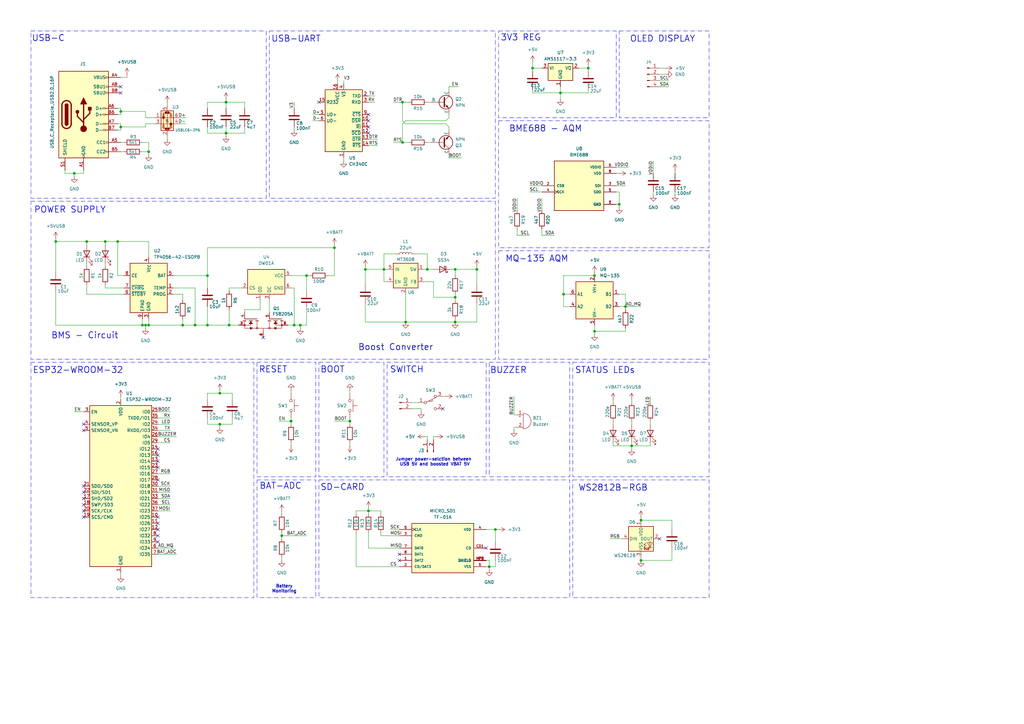
<source format=kicad_sch>
(kicad_sch (version 20250114) (generator "eeschema") (generator_version "9.0")
  (paper "A3")
  (title_block (title "Hewa Safi") (date "2025-04-03") (rev "v1.0") (company "Sixtyfour Sense Technologies") (comment 3 "Keith Brian"))
  (text "OLED DISPLAY" (at 271.78 16.002 0) (effects (font (size 2.54 2.54) (thickness 0.254) (bold yes))))
  (text "RESET" (at 112.014 151.638 0) (effects (font (size 2.54 2.54) (thickness 0.254) (bold yes))))
  (text "Jumper power-selction between \nUSB 5V and boosted VBAT 5V" (at 178.308 189.484 0) (effects (font (size 1.27 1.27) (thickness 0.254) (bold yes))))
  (text "ESP32-WROOM-32" (at 32.004 151.892 0) (effects (font (size 2.54 2.54) (thickness 0.254) (bold yes))))
  (text "SWITCH" (at 166.878 151.638 0) (effects (font (size 2.54 2.54) (thickness 0.254) (bold yes))))
  (text "BME688 - AQM" (at 223.774 52.832 0) (effects (font (size 2.54 2.54) (thickness 0.254) (bold yes))))
  (text "USB-C" (at 19.812 15.748 0) (effects (font (size 2.54 2.54) (thickness 0.254) (bold yes))))
  (text "WS2812B-RGB" (at 251.46 200.152 0) (effects (font (size 2.54 2.54) (thickness 0.254) (bold yes))))
  (text "POWER SUPPLY" (at 28.702 86.106 0) (effects (font (size 2.54 2.54) (thickness 0.254) (bold yes))))
  (text "MQ-135 AQM" (at 220.218 106.172 0) (effects (font (size 2.54 2.54) (thickness 0.254) (bold yes))))
  (text "BOOT" (at 136.398 151.638 0) (effects (font (size 2.54 2.54) (thickness 0.254) (bold yes))))
  (text "BMS - Circuit" (at 34.798 137.668 0) (effects (font (size 2.54 2.54) (thickness 0.254) (bold yes))))
  (text "3V3 REG" (at 213.614 15.494 0) (effects (font (size 2.54 2.54) (thickness 0.254) (bold yes))))
  (text "Battery\nMonitoring" (at 116.586 241.554 0) (effects (font (size 1.27 1.27) (thickness 0.254) (bold yes))))
  (text "BUZZER" (at 208.534 151.892 0) (effects (font (size 2.54 2.54) (thickness 0.254) (bold yes))))
  (text "Boost Converter" (at 162.306 142.494 0) (effects (font (size 2.54 2.54) (thickness 0.254) (bold yes))))
  (text "SD-CARD" (at 140.462 199.898 0) (effects (font (size 2.54 2.54) (thickness 0.254) (bold yes))))
  (text "USB-UART" (at 121.412 16.002 0) (effects (font (size 2.54 2.54) (thickness 0.254) (bold yes))))
  (text "BAT-ADC" (at 115.062 199.39 0) (effects (font (size 2.54 2.54) (thickness 0.254) (bold yes))))
  (text "STATUS LEDs" (at 248.158 151.892 0) (effects (font (size 2.54 2.54) (thickness 0.254) (bold yes))))
  (text_box "" (at 12.7 148.59 0) (size 91.44 96.52) (margins 0.9525 0.9525 0.9525 0.9525) (stroke (width 0) (type dash_dot)) (effects (font (size 1.27 1.27)) (justify left top)))
  (text_box "" (at 204.47 102.87 0) (size 86.36 44.45) (margins 0.9525 0.9525 0.9525 0.9525) (stroke (width 0) (type dash_dot)) (effects (font (size 1.27 1.27)) (justify left top)))
  (text_box "" (at 234.95 196.85 0) (size 55.88 48.26) (margins 0.9525 0.9525 0.9525 0.9525) (stroke (width 0) (type dash_dot)) (effects (font (size 1.27 1.27)) (justify left top)))
  (text_box "" (at 204.47 49.53 0) (size 86.36 52.07) (margins 0.9525 0.9525 0.9525 0.9525) (stroke (width 0) (type dash_dot)) (effects (font (size 1.27 1.27)) (justify left top)))
  (text_box "" (at 105.41 196.85 0) (size 24.13 48.26) (margins 0.9525 0.9525 0.9525 0.9525) (stroke (width 0) (type dash_dot)) (effects (font (size 1.27 1.27)) (justify left top)))
  (text_box "" (at 110.49 12.7 0) (size 92.71 68.58) (margins 0.9525 0.9525 0.9525 0.9525) (stroke (width 0) (type dash_dot)) (effects (font (size 1.27 1.27)) (justify left top)))
  (text_box "" (at 105.41 148.59 0) (size 24.13 46.99) (margins 0.9525 0.9525 0.9525 0.9525) (stroke (width 0) (type dash_dot)) (effects (font (size 1.27 1.27)) (justify left top)))
  (text_box "" (at 200.66 148.59 0) (size 33.02 46.99) (margins 0.9525 0.9525 0.9525 0.9525) (stroke (width 0) (type dash_dot)) (effects (font (size 1.27 1.27)) (justify left top)))
  (text_box "" (at 254 12.7 0) (size 36.83 35.56) (margins 0.9525 0.9525 0.9525 0.9525) (stroke (width 0) (type dash_dot)) (effects (font (size 1.27 1.27)) (justify left top)))
  (text_box "" (at 130.81 148.59 0) (size 26.67 46.99) (margins 0.9525 0.9525 0.9525 0.9525) (stroke (width 0) (type dash_dot)) (effects (font (size 1.27 1.27)) (justify left top)))
  (text_box "" (at 204.47 12.7 0) (size 48.26 35.56) (margins 0.9525 0.9525 0.9525 0.9525) (stroke (width 0) (type dash_dot)) (effects (font (size 1.27 1.27)) (justify left top)))
  (text_box "" (at 12.7 12.7 0) (size 96.52 68.58) (margins 0.9525 0.9525 0.9525 0.9525) (stroke (width 0) (type dash_dot)) (effects (font (size 1.27 1.27)) (justify left top)))
  (text_box "" (at 158.75 148.59 0) (size 40.64 46.99) (margins 0.9525 0.9525 0.9525 0.9525) (stroke (width 0) (type dash_dot)) (effects (font (size 1.27 1.27)) (justify left top)))
  (text_box "" (at 130.81 196.85 0) (size 102.87 48.26) (margins 0.9525 0.9525 0.9525 0.9525) (stroke (width 0) (type dash_dot)) (effects (font (size 1.27 1.27)) (justify left top)))
  (text_box "" (at 234.95 148.59 0) (size 55.88 46.99) (margins 0.9525 0.9525 0.9525 0.9525) (stroke (width 0) (type dash_dot)) (effects (font (size 1.27 1.27)) (justify left top)))
  (text_box "" (at 12.7 82.55 0) (size 190.5 64.77) (margins 0.9525 0.9525 0.9525 0.9525) (stroke (width 0) (type dash_dot)) (effects (font (size 1.27 1.27)) (justify left top)))
  (junction (at 262.89 229.87))
  (junction (at 115.57 219.71))
  (junction (at 48.26 99.06))
  (junction (at 186.69 110.49))
  (junction (at 49.53 45.72))
  (junction (at 256.54 125.73))
  (junction (at 90.17 161.29))
  (junction (at 165.1 41.91))
  (junction (at 85.09 133.35))
  (junction (at 123.19 133.35))
  (junction (at 243.84 113.03))
  (junction (at 165.1 58.42))
  (junction (at 22.86 99.06))
  (junction (at 259.08 182.88))
  (junction (at 43.18 99.06))
  (junction (at 149.86 110.49))
  (junction (at 175.26 110.49))
  (junction (at 49.53 52.07))
  (junction (at 143.51 172.72))
  (junction (at 93.98 133.35))
  (junction (at 241.3 27.94))
  (junction (at 92.71 41.91))
  (junction (at 195.58 110.49))
  (junction (at 60.96 62.23))
  (junction (at 35.56 99.06))
  (junction (at 229.87 38.1))
  (junction (at 262.89 213.36))
  (junction (at 231.14 120.65))
  (junction (at 186.69 132.08))
  (junction (at 254 83.82))
  (junction (at 218.44 27.94))
  (junction (at 120.65 133.35))
  (junction (at 157.48 110.49))
  (junction (at 30.48 71.12))
  (junction (at 80.01 133.35))
  (junction (at 200.66 232.41))
  (junction (at 92.71 54.61))
  (junction (at 58.42 133.35))
  (junction (at 166.37 132.08))
  (junction (at 59.69 133.35))
  (junction (at 74.93 133.35))
  (junction (at 243.84 135.89))
  (junction (at 90.17 173.99))
  (junction (at 60.96 133.35))
  (junction (at 186.69 121.92))
  (junction (at 125.73 113.03))
  (junction (at 85.09 113.03))
  (junction (at 151.13 209.55))
  (junction (at 137.16 101.6))
  (junction (at 203.2 217.17))
  (junction (at 119.38 172.72))
  (no_connect (at 49.53 38.1))
  (no_connect (at 64.77 222.25))
  (no_connect (at 151.13 54.61))
  (no_connect (at 34.29 212.09))
  (no_connect (at 34.29 207.01))
  (no_connect (at 64.77 189.23))
  (no_connect (at 107.95 138.43))
  (no_connect (at 181.61 167.64))
  (no_connect (at 130.81 41.91))
  (no_connect (at 34.29 173.99))
  (no_connect (at 64.77 212.09))
  (no_connect (at 163.83 227.33))
  (no_connect (at 64.77 186.69))
  (no_connect (at 64.77 214.63))
  (no_connect (at 64.77 191.77))
  (no_connect (at 151.13 49.53))
  (no_connect (at 34.29 199.39))
  (no_connect (at 64.77 219.71))
  (no_connect (at 34.29 209.55))
  (no_connect (at 64.77 217.17))
  (no_connect (at 34.29 176.53))
  (no_connect (at 151.13 46.99))
  (no_connect (at 163.83 229.87))
  (no_connect (at 199.39 224.79))
  (no_connect (at 270.51 220.98))
  (no_connect (at 64.77 184.15))
  (no_connect (at 34.29 204.47))
  (no_connect (at 49.53 35.56))
  (no_connect (at 34.29 201.93))
  (no_connect (at 151.13 52.07))
  (no_connect (at 64.77 196.85))
  (wire (pts (xy 123.19 133.35) (xy 123.19 134.62)))
  (wire (pts (xy 200.66 232.41) (xy 200.66 233.68)))
  (wire (pts (xy 266.7 162.56) (xy 266.7 165.1)))
  (wire (pts (xy 118.11 133.35) (xy 120.65 133.35)))
  (wire (pts (xy 119.38 172.72) (xy 119.38 171.45)))
  (wire (pts (xy 156.21 219.71) (xy 163.83 219.71)))
  (wire (pts (xy 251.46 163.83) (xy 251.46 165.1)))
  (wire (pts (xy 151.13 209.55) (xy 156.21 209.55)))
  (wire (pts (xy 60.96 99.06) (xy 48.26 99.06)))
  (wire (pts (xy 149.86 124.46) (xy 149.86 132.08)))
  (wire (pts (xy 195.58 116.84) (xy 195.58 110.49)))
  (wire (pts (xy 166.37 49.53) (xy 165.1 50.8)))
  (wire (pts (xy 35.56 120.65) (xy 50.8 120.65)))
  (wire (pts (xy 48.26 50.8) (xy 49.53 50.8)))
  (wire (pts (xy 49.53 234.95) (xy 49.53 236.22)))
  (wire (pts (xy 199.39 229.87) (xy 200.66 229.87)))
  (wire (pts (xy 137.16 101.6) (xy 85.09 101.6)))
  (wire (pts (xy 200.66 232.41) (xy 199.39 232.41)))
  (wire (pts (xy 156.21 209.55) (xy 156.21 210.82)))
  (wire (pts (xy 210.82 162.56) (xy 210.82 170.18)))
  (wire (pts (xy 168.91 167.64) (xy 172.72 167.64)))
  (wire (pts (xy 59.69 50.8) (xy 63.5 50.8)))
  (wire (pts (xy 128.27 49.53) (xy 130.81 49.53)))
  (wire (pts (xy 64.77 179.07) (xy 72.39 179.07)))
  (wire (pts (xy 85.09 161.29) (xy 90.17 161.29)))
  (wire (pts (xy 125.73 133.35) (xy 123.19 133.35)))
  (wire (pts (xy 115.57 219.71) (xy 115.57 220.98)))
  (wire (pts (xy 262.89 212.09) (xy 262.89 213.36)))
  (wire (pts (xy 199.39 217.17) (xy 203.2 217.17)))
  (wire (pts (xy 158.75 115.57) (xy 157.48 115.57)))
  (wire (pts (xy 195.58 110.49) (xy 186.69 110.49)))
  (wire (pts (xy 143.51 172.72) (xy 143.51 171.45)))
  (wire (pts (xy 186.69 120.65) (xy 186.69 121.92)))
  (wire (pts (xy 60.96 62.23) (xy 58.42 62.23)))
  (wire (pts (xy 184.15 35.56) (xy 187.96 35.56)))
  (wire (pts (xy 85.09 54.61) (xy 92.71 54.61)))
  (wire (pts (xy 181.61 162.56) (xy 182.88 162.56)))
  (wire (pts (xy 275.59 217.17) (xy 275.59 213.36)))
  (wire (pts (xy 251.46 172.72) (xy 251.46 173.99)))
  (wire (pts (xy 90.17 173.99) (xy 90.17 175.26)))
  (wire (pts (xy 64.77 176.53) (xy 69.85 176.53)))
  (wire (pts (xy 151.13 39.37) (xy 153.67 39.37)))
  (wire (pts (xy 93.98 133.35) (xy 85.09 133.35)))
  (wire (pts (xy 184.15 46.99) (xy 184.15 48.26)))
  (wire (pts (xy 30.48 168.91) (xy 34.29 168.91)))
  (wire (pts (xy 156.21 218.44) (xy 156.21 219.71)))
  (wire (pts (xy 210.82 175.26) (xy 210.82 176.53)))
  (wire (pts (xy 151.13 41.91) (xy 153.67 41.91)))
  (wire (pts (xy 275.59 224.79) (xy 275.59 229.87)))
  (wire (pts (xy 266.7 182.88) (xy 266.7 181.61)))
  (wire (pts (xy 168.91 165.1) (xy 171.45 165.1)))
  (wire (pts (xy 64.77 181.61) (xy 69.85 181.61)))
  (wire (pts (xy 48.26 46.99) (xy 49.53 46.99)))
  (wire (pts (xy 35.56 99.06) (xy 35.56 100.33)))
  (wire (pts (xy 59.69 45.72) (xy 59.69 48.26)))
  (wire (pts (xy 165.1 50.8) (xy 165.1 58.42)))
  (wire (pts (xy 259.08 163.83) (xy 259.08 165.1)))
  (wire (pts (xy 151.13 209.55) (xy 151.13 210.82)))
  (wire (pts (xy 85.09 41.91) (xy 92.71 41.91)))
  (wire (pts (xy 64.77 201.93) (xy 69.85 201.93)))
  (wire (pts (xy 71.12 113.03) (xy 85.09 113.03)))
  (wire (pts (xy 185.42 110.49) (xy 186.69 110.49)))
  (wire (pts (xy 119.38 161.29) (xy 119.38 160.02)))
  (wire (pts (xy 252.73 78.74) (xy 254 78.74)))
  (wire (pts (xy 165.1 41.91) (xy 165.1 49.53)))
  (wire (pts (xy 231.14 120.65) (xy 231.14 113.03)))
  (wire (pts (xy 157.48 104.14) (xy 157.48 110.49)))
  (wire (pts (xy 151.13 57.15) (xy 154.94 57.15)))
  (wire (pts (xy 92.71 54.61) (xy 100.33 54.61)))
  (wire (pts (xy 212.09 93.98) (xy 212.09 96.52)))
  (wire (pts (xy 22.86 99.06) (xy 35.56 99.06)))
  (wire (pts (xy 151.13 208.28) (xy 151.13 209.55)))
  (wire (pts (xy 119.38 173.99) (xy 119.38 172.72)))
  (wire (pts (xy 270.51 35.56) (xy 274.32 35.56)))
  (wire (pts (xy 270.51 27.94) (xy 273.05 27.94)))
  (wire (pts (xy 177.8 121.92) (xy 186.69 121.92)))
  (wire (pts (xy 30.48 71.12) (xy 30.48 72.39)))
  (wire (pts (xy 165.1 58.42) (xy 167.64 58.42)))
  (wire (pts (xy 43.18 99.06) (xy 35.56 99.06)))
  (wire (pts (xy 120.65 52.07) (xy 120.65 53.34)))
  (wire (pts (xy 177.8 179.07) (xy 179.07 179.07)))
  (wire (pts (xy 175.26 110.49) (xy 177.8 110.49)))
  (wire (pts (xy 259.08 182.88) (xy 259.08 181.61)))
  (wire (pts (xy 35.56 107.95) (xy 35.56 109.22)))
  (wire (pts (xy 64.77 207.01) (xy 69.85 207.01)))
  (wire (pts (xy 149.86 109.22) (xy 149.86 110.49)))
  (wire (pts (xy 151.13 59.69) (xy 154.94 59.69)))
  (wire (pts (xy 52.07 31.75) (xy 49.53 31.75)))
  (wire (pts (xy 60.96 58.42) (xy 60.96 62.23)))
  (wire (pts (xy 146.05 209.55) (xy 151.13 209.55)))
  (wire (pts (xy 259.08 172.72) (xy 259.08 173.99)))
  (wire (pts (xy 275.59 229.87) (xy 262.89 229.87)))
  (wire (pts (xy 177.8 180.34) (xy 177.8 179.07)))
  (wire (pts (xy 251.46 181.61) (xy 251.46 182.88)))
  (wire (pts (xy 231.14 125.73) (xy 231.14 120.65)))
  (wire (pts (xy 252.73 68.58) (xy 257.81 68.58)))
  (wire (pts (xy 90.17 161.29) (xy 95.25 161.29)))
  (wire (pts (xy 48.26 99.06) (xy 43.18 99.06)))
  (wire (pts (xy 184.15 52.07) (xy 184.15 53.34)))
  (wire (pts (xy 243.84 135.89) (xy 256.54 135.89)))
  (wire (pts (xy 85.09 125.73) (xy 85.09 133.35)))
  (wire (pts (xy 115.57 228.6) (xy 115.57 229.87)))
  (wire (pts (xy 74.93 130.81) (xy 74.93 133.35)))
  (wire (pts (xy 49.53 58.42) (xy 50.8 58.42)))
  (wire (pts (xy 243.84 137.16) (xy 243.84 135.89)))
  (wire (pts (xy 138.43 33.02) (xy 138.43 34.29)))
  (wire (pts (xy 30.48 71.12) (xy 34.29 71.12)))
  (wire (pts (xy 254 83.82) (xy 254 85.09)))
  (wire (pts (xy 119.38 118.11) (xy 120.65 118.11)))
  (wire (pts (xy 166.37 50.8) (xy 165.1 49.53)))
  (wire (pts (xy 49.53 45.72) (xy 49.53 46.99)))
  (wire (pts (xy 58.42 58.42) (xy 60.96 58.42)))
  (wire (pts (xy 186.69 130.81) (xy 186.69 132.08)))
  (wire (pts (xy 267.97 66.04) (xy 267.97 71.12)))
  (wire (pts (xy 137.16 172.72) (xy 143.51 172.72)))
  (wire (pts (xy 162.56 104.14) (xy 157.48 104.14)))
  (wire (pts (xy 262.89 228.6) (xy 262.89 229.87)))
  (wire (pts (xy 140.97 64.77) (xy 140.97 66.04)))
  (wire (pts (xy 241.3 26.67) (xy 241.3 27.94)))
  (wire (pts (xy 243.84 133.35) (xy 243.84 135.89)))
  (wire (pts (xy 241.3 27.94) (xy 241.3 29.21)))
  (wire (pts (xy 218.44 36.83) (xy 218.44 38.1)))
  (wire (pts (xy 59.69 48.26) (xy 63.5 48.26)))
  (wire (pts (xy 59.69 52.07) (xy 59.69 50.8)))
  (wire (pts (xy 146.05 218.44) (xy 146.05 232.41)))
  (wire (pts (xy 119.38 182.88) (xy 119.38 181.61)))
  (wire (pts (xy 49.53 52.07) (xy 49.53 53.34)))
  (wire (pts (xy 218.44 27.94) (xy 218.44 29.21)))
  (wire (pts (xy 26.67 71.12) (xy 30.48 71.12)))
  (wire (pts (xy 212.09 96.52) (xy 217.17 96.52)))
  (wire (pts (xy 110.49 123.19) (xy 110.49 128.27)))
  (wire (pts (xy 143.51 161.29) (xy 143.51 160.02)))
  (wire (pts (xy 146.05 232.41) (xy 163.83 232.41)))
  (wire (pts (xy 175.26 104.14) (xy 175.26 110.49)))
  (wire (pts (xy 184.15 35.56) (xy 184.15 36.83)))
  (wire (pts (xy 106.68 123.19) (xy 106.68 127)))
  (wire (pts (xy 276.86 69.85) (xy 276.86 71.12)))
  (wire (pts (xy 43.18 107.95) (xy 43.18 109.22)))
  (wire (pts (xy 203.2 229.87) (xy 203.2 232.41)))
  (wire (pts (xy 254 125.73) (xy 256.54 125.73)))
  (wire (pts (xy 143.51 182.88) (xy 143.51 181.61)))
  (wire (pts (xy 203.2 232.41) (xy 200.66 232.41)))
  (wire (pts (xy 166.37 50.8) (xy 182.88 50.8)))
  (wire (pts (xy 59.69 133.35) (xy 60.96 133.35)))
  (wire (pts (xy 125.73 113.03) (xy 125.73 119.38)))
  (wire (pts (xy 115.57 218.44) (xy 115.57 219.71)))
  (wire (pts (xy 218.44 38.1) (xy 229.87 38.1)))
  (wire (pts (xy 157.48 110.49) (xy 157.48 115.57)))
  (wire (pts (xy 243.84 111.76) (xy 243.84 113.03)))
  (wire (pts (xy 34.29 69.85) (xy 34.29 71.12)))
  (wire (pts (xy 58.42 130.81) (xy 58.42 133.35)))
  (wire (pts (xy 49.53 62.23) (xy 50.8 62.23)))
  (wire (pts (xy 74.93 120.65) (xy 74.93 123.19)))
  (wire (pts (xy 99.06 118.11) (xy 93.98 118.11)))
  (wire (pts (xy 71.12 120.65) (xy 74.93 120.65)))
  (wire (pts (xy 93.98 118.11) (xy 93.98 119.38)))
  (wire (pts (xy 90.17 173.99) (xy 95.25 173.99)))
  (wire (pts (xy 43.18 118.11) (xy 50.8 118.11)))
  (wire (pts (xy 22.86 97.79) (xy 22.86 99.06)))
  (wire (pts (xy 166.37 132.08) (xy 186.69 132.08)))
  (wire (pts (xy 92.71 54.61) (xy 92.71 55.88)))
  (wire (pts (xy 85.09 171.45) (xy 85.09 173.99)))
  (wire (pts (xy 170.18 104.14) (xy 175.26 104.14)))
  (wire (pts (xy 64.77 204.47) (xy 69.85 204.47)))
  (wire (pts (xy 93.98 133.35) (xy 97.79 133.35)))
  (wire (pts (xy 200.66 229.87) (xy 200.66 232.41)))
  (wire (pts (xy 49.53 162.56) (xy 49.53 163.83)))
  (wire (pts (xy 137.16 100.33) (xy 137.16 101.6)))
  (wire (pts (xy 119.38 113.03) (xy 125.73 113.03)))
  (wire (pts (xy 60.96 133.35) (xy 60.96 130.81)))
  (wire (pts (xy 256.54 120.65) (xy 256.54 125.73)))
  (wire (pts (xy 166.37 49.53) (xy 182.88 49.53)))
  (wire (pts (xy 123.19 133.35) (xy 120.65 133.35)))
  (wire (pts (xy 151.13 224.79) (xy 163.83 224.79)))
  (wire (pts (xy 270.51 33.02) (xy 274.32 33.02)))
  (wire (pts (xy 250.19 220.98) (xy 255.27 220.98)))
  (wire (pts (xy 125.73 113.03) (xy 127 113.03)))
  (wire (pts (xy 161.29 41.91) (xy 165.1 41.91)))
  (wire (pts (xy 120.65 41.91) (xy 120.65 44.45)))
  (wire (pts (xy 241.3 27.94) (xy 237.49 27.94)))
  (wire (pts (xy 85.09 133.35) (xy 80.01 133.35)))
  (wire (pts (xy 92.71 41.91) (xy 100.33 41.91)))
  (wire (pts (xy 184.15 63.5) (xy 184.15 64.77)))
  (wire (pts (xy 173.99 110.49) (xy 175.26 110.49)))
  (wire (pts (xy 256.54 125.73) (xy 262.89 125.73)))
  (wire (pts (xy 64.77 194.31) (xy 69.85 194.31)))
  (wire (pts (xy 22.86 119.38) (xy 22.86 133.35)))
  (wire (pts (xy 22.86 133.35) (xy 58.42 133.35)))
  (wire (pts (xy 73.66 50.8) (xy 76.2 50.8)))
  (wire (pts (xy 157.48 110.49) (xy 158.75 110.49)))
  (wire (pts (xy 64.77 224.79) (xy 71.12 224.79)))
  (wire (pts (xy 241.3 36.83) (xy 241.3 38.1)))
  (wire (pts (xy 58.42 133.35) (xy 59.69 133.35)))
  (wire (pts (xy 217.17 76.2) (xy 222.25 76.2)))
  (wire (pts (xy 165.1 41.91) (xy 167.64 41.91)))
  (wire (pts (xy 85.09 44.45) (xy 85.09 41.91)))
  (wire (pts (xy 184.15 64.77) (xy 189.23 64.77)))
  (wire (pts (xy 114.3 172.72) (xy 119.38 172.72)))
  (wire (pts (xy 175.26 58.42) (xy 176.53 58.42)))
  (wire (pts (xy 252.73 71.12) (xy 254 71.12)))
  (wire (pts (xy 203.2 217.17) (xy 203.2 222.25)))
  (wire (pts (xy 95.25 173.99) (xy 95.25 171.45)))
  (wire (pts (xy 68.58 41.91) (xy 68.58 43.18)))
  (wire (pts (xy 100.33 54.61) (xy 100.33 52.07)))
  (wire (pts (xy 115.57 219.71) (xy 125.73 219.71)))
  (wire (pts (xy 259.08 182.88) (xy 266.7 182.88)))
  (wire (pts (xy 195.58 109.22) (xy 195.58 110.49)))
  (wire (pts (xy 85.09 173.99) (xy 90.17 173.99)))
  (wire (pts (xy 233.68 125.73) (xy 231.14 125.73)))
  (wire (pts (xy 231.14 113.03) (xy 243.84 113.03)))
  (wire (pts (xy 229.87 38.1) (xy 229.87 40.64)))
  (wire (pts (xy 149.86 110.49) (xy 157.48 110.49)))
  (wire (pts (xy 85.09 163.83) (xy 85.09 161.29)))
  (wire (pts (xy 184.15 48.26) (xy 182.88 49.53)))
  (wire (pts (xy 48.26 53.34) (xy 49.53 53.34)))
  (wire (pts (xy 173.99 115.57) (xy 177.8 115.57)))
  (wire (pts (xy 218.44 25.4) (xy 218.44 27.94)))
  (wire (pts (xy 73.66 48.26) (xy 76.2 48.26)))
  (wire (pts (xy 140.97 33.02) (xy 140.97 34.29)))
  (wire (pts (xy 212.09 175.26) (xy 210.82 175.26)))
  (wire (pts (xy 35.56 116.84) (xy 35.56 120.65)))
  (wire (pts (xy 241.3 38.1) (xy 229.87 38.1)))
  (wire (pts (xy 177.8 115.57) (xy 177.8 121.92)))
  (wire (pts (xy 160.02 217.17) (xy 163.83 217.17)))
  (wire (pts (xy 60.96 62.23) (xy 60.96 63.5)))
  (wire (pts (xy 64.77 171.45) (xy 69.85 171.45)))
  (wire (pts (xy 195.58 124.46) (xy 195.58 132.08)))
  (wire (pts (xy 251.46 182.88) (xy 259.08 182.88)))
  (wire (pts (xy 64.77 227.33) (xy 72.39 227.33)))
  (wire (pts (xy 64.77 199.39) (xy 69.85 199.39)))
  (wire (pts (xy 275.59 213.36) (xy 262.89 213.36)))
  (wire (pts (xy 151.13 218.44) (xy 151.13 224.79)))
  (wire (pts (xy 266.7 172.72) (xy 266.7 173.99)))
  (wire (pts (xy 222.25 93.98) (xy 222.25 96.52)))
  (wire (pts (xy 184.15 52.07) (xy 182.88 50.8)))
  (wire (pts (xy 52.07 30.48) (xy 52.07 31.75)))
  (wire (pts (xy 92.71 40.64) (xy 92.71 41.91)))
  (wire (pts (xy 137.16 113.03) (xy 134.62 113.03)))
  (wire (pts (xy 49.53 50.8) (xy 49.53 52.07)))
  (wire (pts (xy 68.58 55.88) (xy 68.58 57.15)))
  (wire (pts (xy 128.27 46.99) (xy 130.81 46.99)))
  (wire (pts (xy 254 120.65) (xy 256.54 120.65)))
  (wire (pts (xy 49.53 52.07) (xy 59.69 52.07)))
  (wire (pts (xy 172.72 167.64) (xy 172.72 168.91)))
  (wire (pts (xy 100.33 41.91) (xy 100.33 44.45)))
  (wire (pts (xy 267.97 78.74) (xy 267.97 80.01)))
  (wire (pts (xy 186.69 110.49) (xy 186.69 113.03)))
  (wire (pts (xy 60.96 105.41) (xy 60.96 99.06)))
  (wire (pts (xy 59.69 133.35) (xy 59.69 134.62)))
  (wire (pts (xy 22.86 111.76) (xy 22.86 99.06)))
  (wire (pts (xy 256.54 134.62) (xy 256.54 135.89)))
  (wire (pts (xy 252.73 76.2) (xy 256.54 76.2)))
  (wire (pts (xy 48.26 44.45) (xy 49.53 44.45)))
  (wire (pts (xy 270.51 30.48) (xy 273.05 30.48)))
  (wire (pts (xy 252.73 83.82) (xy 254 83.82)))
  (wire (pts (xy 48.26 113.03) (xy 48.26 99.06)))
  (wire (pts (xy 90.17 160.02) (xy 90.17 161.29)))
  (wire (pts (xy 93.98 127) (xy 93.98 133.35)))
  (wire (pts (xy 175.26 180.34) (xy 175.26 179.07)))
  (wire (pts (xy 95.25 161.29) (xy 95.25 163.83)))
  (wire (pts (xy 149.86 110.49) (xy 149.86 116.84)))
  (wire (pts (xy 149.86 132.08) (xy 166.37 132.08)))
  (wire (pts (xy 49.53 45.72) (xy 59.69 45.72)))
  (wire (pts (xy 50.8 113.03) (xy 48.26 113.03)))
  (wire (pts (xy 125.73 127) (xy 125.73 133.35)))
  (wire (pts (xy 100.33 127) (xy 100.33 128.27)))
  (wire (pts (xy 137.16 101.6) (xy 137.16 113.03)))
  (wire (pts (xy 203.2 217.17) (xy 204.47 217.17)))
  (wire (pts (xy 212.09 170.18) (xy 210.82 170.18)))
  (wire (pts (xy 146.05 210.82) (xy 146.05 209.55)))
  (wire (pts (xy 161.29 58.42) (xy 165.1 58.42)))
  (wire (pts (xy 43.18 99.06) (xy 43.18 100.33)))
  (wire (pts (xy 276.86 78.74) (xy 276.86 80.01)))
  (wire (pts (xy 43.18 116.84) (xy 43.18 118.11)))
  (wire (pts (xy 259.08 182.88) (xy 259.08 184.15)))
  (wire (pts (xy 231.14 120.65) (xy 233.68 120.65)))
  (wire (pts (xy 92.71 41.91) (xy 92.71 44.45)))
  (wire (pts (xy 92.71 52.07) (xy 92.71 54.61)))
  (wire (pts (xy 49.53 44.45) (xy 49.53 45.72)))
  (wire (pts (xy 175.26 179.07) (xy 173.99 179.07)))
  (wire (pts (xy 64.77 209.55) (xy 69.85 209.55)))
  (wire (pts (xy 217.17 78.74) (xy 222.25 78.74)))
  (wire (pts (xy 222.25 27.94) (xy 218.44 27.94)))
  (wire (pts (xy 74.93 133.35) (xy 60.96 133.35)))
  (wire (pts (xy 80.01 118.11) (xy 80.01 133.35)))
  (wire (pts (xy 166.37 120.65) (xy 166.37 132.08)))
  (wire (pts (xy 26.67 69.85) (xy 26.67 71.12)))
  (wire (pts (xy 256.54 125.73) (xy 256.54 127)))
  (wire (pts (xy 175.26 41.91) (xy 176.53 41.91)))
  (wire (pts (xy 80.01 133.35) (xy 74.93 133.35)))
  (wire (pts (xy 195.58 132.08) (xy 186.69 132.08)))
  (wire (pts (xy 229.87 35.56) (xy 229.87 38.1)))
  (wire (pts (xy 85.09 113.03) (xy 85.09 118.11)))
  (wire (pts (xy 64.77 168.91) (xy 69.85 168.91)))
  (wire (pts (xy 85.09 101.6) (xy 85.09 113.03)))
  (wire (pts (xy 222.25 96.52) (xy 227.33 96.52)))
  (wire (pts (xy 212.09 81.28) (xy 212.09 86.36)))
  (wire (pts (xy 106.68 127) (xy 100.33 127)))
  (wire (pts (xy 186.69 121.92) (xy 186.69 123.19)))
  (wire (pts (xy 143.51 173.99) (xy 143.51 172.72)))
  (wire (pts (xy 115.57 209.55) (xy 115.57 210.82)))
  (wire (pts (xy 71.12 118.11) (xy 80.01 118.11)))
  (wire (pts (xy 120.65 118.11) (xy 120.65 133.35)))
  (wire (pts (xy 222.25 81.28) (xy 222.25 86.36)))
  (wire (pts (xy 85.09 52.07) (xy 85.09 54.61)))
  (wire (pts (xy 64.77 173.99) (xy 69.85 173.99)))
  (wire (pts (xy 254 78.74) (xy 254 83.82)))
  (label "BOOT" (at 137.16 172.72 0))
  (label "RTS" (at 154.94 59.69 180))
  (label "SCK" (at 69.85 199.39 180))
  (label "DTR" (at 154.94 57.15 180))
  (label "VDDIO" (at 222.25 81.28 270) (effects (font (thickness 0.1588))))
  (label "BOOT" (at 189.23 64.77 180))
  (label "SCL" (at 69.85 207.01 180) (effects (font (thickness 0.1588))))
  (label "V3" (at 140.97 33.02 0))
  (label "SDA" (at 69.85 204.47 180) (effects (font (thickness 0.1588))))
  (label "SCK" (at 160.02 217.17 0))
  (label "CS" (at 69.85 181.61 180))
  (label "TX" (at 153.67 39.37 180))
  (label "MISO" (at 160.02 224.79 0))
  (label "VDDIO" (at 217.17 76.2 0) (effects (font (thickness 0.1588))))
  (label "BAT_ADC" (at 125.73 219.71 180) (effects (font (thickness 0.1588))))
  (label "RX" (at 153.67 41.91 180))
  (label "LED" (at 266.7 162.56 270) (effects (font (thickness 0.1588))))
  (label "SCL" (at 274.32 33.02 180) (effects (font (thickness 0.1588))))
  (label "LED" (at 69.85 173.99 180) (effects (font (thickness 0.1588))))
  (label "SDA" (at 256.54 76.2 180) (effects (font (thickness 0.1588))))
  (label "D+" (at 128.27 46.99 0))
  (label "CS" (at 160.02 232.41 0))
  (label "MISO" (at 69.85 201.93 180))
  (label "BUZZER" (at 210.82 162.56 270) (effects (font (thickness 0.1588))))
  (label "AO_MQ" (at 71.12 224.79 180))
  (label "D-" (at 128.27 49.53 0))
  (label "D-" (at 76.2 50.8 180))
  (label "BAT_ADC" (at 72.39 227.33 180) (effects (font (thickness 0.1588))))
  (label "EN" (at 114.3 172.72 0))
  (label "BUZZER" (at 72.39 179.07 180) (effects (font (thickness 0.1588))))
  (label "MOSI" (at 160.02 219.71 0))
  (label "RGB" (at 69.85 194.31 180))
  (label "SDA" (at 227.33 96.52 180) (effects (font (thickness 0.1588))))
  (label "VDDIO" (at 212.09 81.28 270) (effects (font (thickness 0.1588))))
  (label "BOOT" (at 69.85 168.91 180))
  (label "SDA" (at 274.32 35.56 180) (effects (font (thickness 0.1588))))
  (label "RGB" (at 250.19 220.98 0))
  (label "MOSI" (at 69.85 209.55 180))
  (label "EN" (at 30.48 168.91 0))
  (label "DTR" (at 161.29 41.91 0))
  (label "EN" (at 187.96 35.56 180))
  (label "SCL" (at 217.17 96.52 180) (effects (font (thickness 0.1588))))
  (label "VDDIO" (at 257.81 68.58 180) (effects (font (thickness 0.1588))))
  (label "RTS" (at 161.29 58.42 0))
  (label "V3" (at 120.65 41.91 270))
  (label "SCL" (at 217.17 78.74 0) (effects (font (thickness 0.1588))))
  (label "RX" (at 69.85 171.45 180))
  (label "VDDIO" (at 267.97 66.04 270) (effects (font (thickness 0.1588))))
  (label "AO_MQ" (at 262.89 125.73 180))
  (label "TX" (at 69.85 176.53 180))
  (label "D+" (at 76.2 48.26 180))
  (symbol (lib_id "Device:LED") (at 43.18 104.14 90) (unit 1)
    (property "Reference" "D2" (at 38.862 104.14 90) (effects (justify right)))
    (property "Value" "LED" (at 38.608 106.68 90) (effects (justify right)))
    (property "Footprint" "LED_SMD:LED_0805_2012Metric_Pad1.15x1.40mm_HandSolder" (effects (hide yes)))
    (property "Description" "Light emitting diode" (effects (hide yes)))
    (property "Sim.Pins" "1=K 2=A" (effects (hide yes)))
  )
  (symbol (lib_id "power:+3V3") (at 151.13 208.28 0) (unit 1)
    (property "Reference" "#PWR026" (effects (hide yes)))
    (property "Value" "+3V3" (at 151.13 203.2 0))
    (property "Description" "Power symbol creates a global label with name \"+3V3\"" (effects (hide yes)))
  )
  (symbol (lib_id "power:GND") (at 120.65 53.34 0) (unit 1)
    (property "Reference" "#PWR018" (effects (hide yes)))
    (property "Value" "GND" (at 120.65 58.42 0))
    (property "Description" "Power symbol creates a global label with name \"GND\" , ground" (effects (hide yes)))
  )
  (symbol (lib_id "power:+5V") (at 182.88 162.56 270) (unit 1)
    (property "Reference" "#PWR031" (effects (hide yes)))
    (property "Value" "+VBATT" (at 186.69 162.5599 90) (effects (justify left)))
    (property "Description" "Power symbol creates a global label with name \"+5V\"" (effects (hide yes)))
  )
  (symbol (lib_id "Device:Buzzer") (at 214.63 172.72 0) (unit 1)
    (property "Reference" "BZ1" (at 218.44 171.4499 0) (effects (justify left)))
    (property "Value" "Buzzer" (at 218.44 173.9899 0) (effects (justify left)))
    (property "Description" "Buzzer, polarized" (effects (hide yes)))
  )
  (symbol (lib_id "power:+3V3") (at 276.86 69.85 0) (unit 1)
    (property "Reference" "#PWR052" (effects (hide yes)))
    (property "Value" "+3V3" (at 276.86 64.77 0))
    (property "Description" "Power symbol creates a global label with name \"+3V3\"" (effects (hide yes)))
  )
  (symbol (lib_id "power:+5V") (at 259.08 163.83 0) (unit 1)
    (property "Reference" "#PWR045" (effects (hide yes)))
    (property "Value" "+5VUSB" (at 259.08 158.75 0))
    (property "Description" "Power symbol creates a global label with name \"+5V\"" (effects (hide yes)))
  )
  (symbol (lib_id "Connector:Conn_01x02_Pin") (at 163.83 165.1 0) (unit 1)
    (property "Reference" "J2" (at 164.465 162.56 0))
    (property "Value" "Conn_01x02_Pin" (effects (hide yes)))
    (property "Footprint" "Connector_JST:JST_XH_B2B-XH-A_1x02_P2.50mm_Vertical" (effects (hide yes)))
    (property "Description" "Generic connector, single row, 01x02, script generated" (effects (hide yes)))
  )
  (symbol (lib_id "power:GND") (at 90.17 175.26 0) (unit 1)
    (property "Reference" "#PWR011" (effects (hide yes)))
    (property "Value" "GND" (at 90.17 180.34 0))
    (property "Description" "Power symbol creates a global label with name \"GND\" , ground" (effects (hide yes)))
  )
  (symbol (lib_id "power:+5V") (at 22.86 97.79 0) (unit 1)
    (property "Reference" "#PWR01" (effects (hide yes)))
    (property "Value" "+5VUSB" (at 22.86 92.71 0))
    (property "Description" "Power symbol creates a global label with name \"+5V\"" (effects (hide yes)))
  )
  (symbol (lib_id "power:+5V") (at 218.44 25.4 0) (unit 1)
    (property "Reference" "#PWR037" (effects (hide yes)))
    (property "Value" "+5V" (at 218.44 20.32 0))
    (property "Description" "Power symbol creates a global label with name \"+5V\"" (effects (hide yes)))
  )
  (symbol (lib_id "Sensor_Gas:MQ-6") (at 243.84 123.19 0) (unit 1)
    (property "Reference" "U9" (at 245.9833 110.49 0) (effects (justify left)))
    (property "Value" "MQ-135" (at 245.9833 113.03 0) (effects (justify left)))
    (property "Footprint" "Sensor:MQ-6" (effects (hide yes)))
    (property "Datasheet" "https://www.winsen-sensor.com/d/files/semiconductor/mq-6.pdf" (effects (hide yes)))
    (property "Description" "Semiconductor Sensor for Flammable Gas" (effects (hide yes)))
  )
  (symbol (lib_id "power:GND") (at 68.58 57.15 0) (unit 1)
    (property "Reference" "#PWR09" (effects (hide yes)))
    (property "Value" "GND" (at 68.58 62.23 0))
    (property "Description" "Power symbol creates a global label with name \"GND\" , ground" (effects (hide yes)))
  )
  (symbol (lib_id "Device:R") (at 130.81 113.03 270) (unit 1)
    (property "Reference" "R10" (at 130.81 110.49 90))
    (property "Value" "100e" (at 130.81 115.316 90))
    (property "Footprint" "Resistor_SMD:R_0805_2012Metric_Pad1.20x1.40mm_HandSolder" (effects (hide yes)))
    (property "Description" "Resistor" (effects (hide yes)))
  )
  (symbol (lib_id "power:GND") (at 30.48 72.39 0) (unit 1)
    (property "Reference" "#PWR02" (effects (hide yes)))
    (property "Value" "GND" (at 30.48 77.47 0))
    (property "Description" "Power symbol creates a global label with name \"GND\" , ground" (effects (hide yes)))
  )
  (symbol (lib_id "Device:R") (at 186.69 127 180) (unit 1)
    (property "Reference" "R18" (at 189.23 127 90))
    (property "Value" "3k" (at 184.404 127 90))
    (property "Footprint" "Resistor_SMD:R_0805_2012Metric_Pad1.20x1.40mm_HandSolder" (effects (hide yes)))
    (property "Description" "Resistor" (effects (hide yes)))
  )
  (symbol (lib_id "Connector:USB_C_Receptacle_USB2.0_16P") (at 34.29 46.99 0) (unit 1)
    (property "Reference" "J1" (at 34.036 26.162 0))
    (property "Value" "USB_C_Receptacle_USB2.0_16P" (at 21.336 45.974 90))
    (property "Datasheet" "https://www.usb.org/sites/default/files/documents/usb_type-c.zip" (effects (hide yes)))
    (property "Description" "USB 2.0-only 16P Type-C Receptacle connector" (effects (hide yes)))
  )
  (symbol (lib_id "Device:R") (at 171.45 58.42 90) (unit 1)
    (property "Reference" "R16" (at 171.45 60.96 90))
    (property "Value" "10k" (at 171.45 56.134 90))
    (property "Footprint" "Resistor_SMD:R_0805_2012Metric_Pad1.20x1.40mm_HandSolder" (effects (hide yes)))
    (property "Description" "Resistor" (effects (hide yes)))
  )
  (symbol (lib_id "Device:C") (at 85.09 48.26 0) (unit 1)
    (property "Reference" "C2" (at 85.852 50.292 0) (effects (justify left)))
    (property "Value" "100nF" (at 85.852 52.07 0) (effects (justify left)))
    (property "Footprint" "Capacitor_SMD:C_0805_2012Metric_Pad1.18x1.45mm_HandSolder" (effects (hide yes)))
    (property "Description" "Unpolarized capacitor" (effects (hide yes)))
  )
  (symbol (lib_id "Device:C") (at 125.73 123.19 180) (unit 1)
    (property "Reference" "C9" (at 130.302 125.222 0) (effects (justify left)))
    (property "Value" "100nF" (at 131.826 127.254 0) (effects (justify left)))
    (property "Footprint" "Capacitor_SMD:C_0805_2012Metric_Pad1.18x1.45mm_HandSolder" (effects (hide yes)))
    (property "Description" "Unpolarized capacitor" (effects (hide yes)))
  )
  (symbol (lib_id "Device:R") (at 151.13 214.63 0) (unit 1)
    (property "Reference" "R13" (at 148.59 214.63 90))
    (property "Value" "10k" (at 151.13 214.63 90))
    (property "Footprint" "Resistor_SMD:R_0805_2012Metric_Pad1.20x1.40mm_HandSolder" (effects (hide yes)))
    (property "Description" "Resistor" (effects (hide yes)))
  )
  (symbol (lib_id "power:GND") (at 49.53 236.22 0) (unit 1)
    (property "Reference" "#PWR04" (effects (hide yes)))
    (property "Value" "GND" (at 49.53 241.3 0))
    (property "Description" "Power symbol creates a global label with name \"GND\" , ground" (effects (hide yes)))
  )
  (symbol (lib_id "Device:R") (at 259.08 168.91 180) (unit 1)
    (property "Reference" "R23" (at 261.62 168.91 90))
    (property "Value" "220e" (at 256.794 168.91 90))
    (property "Footprint" "Resistor_SMD:R_0805_2012Metric_Pad1.20x1.40mm_HandSolder" (effects (hide yes)))
    (property "Description" "Resistor" (effects (hide yes)))
  )
  (symbol (lib_id "Device:C") (at 120.65 48.26 180) (unit 1)
    (property "Reference" "C8" (at 124.206 50.546 0) (effects (justify left)))
    (property "Value" "100nF" (at 127.508 52.578 0) (effects (justify left)))
    (property "Footprint" "Capacitor_SMD:C_0805_2012Metric_Pad1.18x1.45mm_HandSolder" (effects (hide yes)))
    (property "Description" "Unpolarized capacitor" (effects (hide yes)))
  )
  (symbol (lib_id "Regulator_Linear:AMS1117-3.3") (at 229.87 27.94 0) (unit 1)
    (property "Reference" "U7" (at 229.87 21.59 0))
    (property "Value" "AMS1117-3.3" (at 229.87 24.13 0))
    (property "Footprint" "Package_TO_SOT_SMD:SOT-223-3_TabPin2" (effects (hide yes)))
    (property "Datasheet" "http://www.advanced-monolithic.com/pdf/ds1117.pdf" (effects (hide yes)))
    (property "Description" "1A Low Dropout regulator, positive, 3.3V fixed output, SOT-223" (effects (hide yes)))
  )
  (symbol (lib_id "Device:C") (at 149.86 120.65 180) (unit 1)
    (property "Reference" "C10" (at 154.432 122.682 0) (effects (justify left)))
    (property "Value" "22uF" (at 155.448 124.46 0) (effects (justify left)))
    (property "Footprint" "Capacitor_SMD:C_0805_2012Metric_Pad1.18x1.45mm_HandSolder" (effects (hide yes)))
    (property "Description" "Unpolarized capacitor" (effects (hide yes)))
  )
  (symbol (lib_id "Regulator_Switching:MT3608") (at 166.37 113.03 0) (unit 1)
    (property "Reference" "U6" (at 168.656 119.888 0))
    (property "Value" "MT3608" (at 166.37 106.426 0))
    (property "Footprint" "Package_TO_SOT_SMD:SOT-23-6" (effects (hide yes)))
    (property "Datasheet" "https://www.olimex.com/Products/Breadboarding/BB-PWR-3608/resources/MT3608.pdf" (effects (hide yes)))
    (property "Description" "High Efficiency 1.2MHz 2A Step Up Converter, 2-24V Vin, 28V Vout, 4A current limit, 1.2MHz, SOT23-6" (effects (hide yes)))
  )
  (symbol (lib_id "Device:R") (at 222.25 90.17 180) (unit 1)
    (property "Reference" "R20" (at 224.79 90.17 90))
    (property "Value" "4k7" (at 219.964 90.17 90))
    (property "Footprint" "Resistor_SMD:R_0805_2012Metric_Pad1.20x1.40mm_HandSolder" (effects (hide yes)))
    (property "Description" "Resistor" (effects (hide yes)))
  )
  (symbol (lib_id "Device:R") (at 43.18 113.03 180) (unit 1)
    (property "Reference" "R2" (at 45.72 113.03 90))
    (property "Value" "1k" (at 40.894 113.03 90))
    (property "Footprint" "Resistor_SMD:R_0805_2012Metric_Pad1.20x1.40mm_HandSolder" (effects (hide yes)))
    (property "Description" "Resistor" (effects (hide yes)))
  )
  (symbol (lib_id "Device:R") (at 156.21 214.63 0) (unit 1)
    (property "Reference" "R14" (at 154.178 214.63 90))
    (property "Value" "10k" (at 156.21 214.63 90))
    (property "Footprint" "Resistor_SMD:R_0805_2012Metric_Pad1.20x1.40mm_HandSolder" (effects (hide yes)))
    (property "Description" "Resistor" (effects (hide yes)))
  )
  (symbol (lib_id "power:+5V") (at 115.57 209.55 0) (unit 1)
    (property "Reference" "#PWR014" (effects (hide yes)))
    (property "Value" "+VBATT" (at 115.57 204.47 0))
    (property "Description" "Power symbol creates a global label with name \"+5V\"" (effects (hide yes)))
  )
  (symbol (lib_id "Device:C") (at 203.2 226.06 0) (unit 1)
    (property "Reference" "C12" (at 203.962 228.092 0) (effects (justify left)))
    (property "Value" "100nF" (at 203.962 229.87 0) (effects (justify left)))
    (property "Footprint" "Capacitor_SMD:C_0805_2012Metric_Pad1.18x1.45mm_HandSolder" (effects (hide yes)))
    (property "Description" "Unpolarized capacitor" (effects (hide yes)))
  )
  (symbol (lib_id "Device:R") (at 186.69 116.84 180) (unit 1)
    (property "Reference" "R17" (at 189.23 116.84 90))
    (property "Value" "22k" (at 184.404 116.84 90))
    (property "Footprint" "Resistor_SMD:R_0805_2012Metric_Pad1.20x1.40mm_HandSolder" (effects (hide yes)))
    (property "Description" "Resistor" (effects (hide yes)))
  )
  (symbol (lib_id "power:+3V3") (at 90.17 160.02 0) (unit 1)
    (property "Reference" "#PWR010" (effects (hide yes)))
    (property "Value" "+3V3" (at 90.17 154.94 0))
    (property "Description" "Power symbol creates a global label with name \"+3V3\"" (effects (hide yes)))
  )
  (symbol (lib_id "power:GND") (at 276.86 80.01 0) (unit 1)
    (property "Reference" "#PWR053" (effects (hide yes)))
    (property "Value" "GND" (at 276.86 85.09 0))
    (property "Description" "Power symbol creates a global label with name \"GND\" , ground" (effects (hide yes)))
  )
  (symbol (lib_id "Device:C") (at 218.44 33.02 180) (unit 1)
    (property "Reference" "C13" (at 221.488 35.052 0) (effects (justify left)))
    (property "Value" "22uF" (at 223.774 36.83 0) (effects (justify left)))
    (property "Footprint" "Capacitor_SMD:C_0805_2012Metric_Pad1.18x1.45mm_HandSolder" (effects (hide yes)))
    (property "Description" "Unpolarized capacitor" (effects (hide yes)))
  )
  (symbol (lib_id "Device:C") (at 95.25 167.64 0) (unit 1)
    (property "Reference" "C6" (at 96.012 169.672 0) (effects (justify left)))
    (property "Value" "4u7" (at 96.012 171.45 0) (effects (justify left)))
    (property "Footprint" "Capacitor_SMD:C_0805_2012Metric_Pad1.18x1.45mm_HandSolder" (effects (hide yes)))
    (property "Description" "Unpolarized capacitor" (effects (hide yes)))
  )
  (symbol (lib_id "Device:R") (at 256.54 130.81 180) (unit 1)
    (property "Reference" "R22" (at 259.08 130.81 90))
    (property "Value" "4k7" (at 254.254 130.81 90))
    (property "Footprint" "Resistor_SMD:R_0805_2012Metric_Pad1.20x1.40mm_HandSolder" (effects (hide yes)))
    (property "Description" "Resistor" (effects (hide yes)))
  )
  (symbol (lib_id "Device:LED") (at 251.46 177.8 90) (unit 1)
    (property "Reference" "D4" (at 247.142 177.8 90) (effects (justify right)))
    (property "Value" "LED" (at 246.888 180.34 90) (effects (justify right)))
    (property "Footprint" "LED_SMD:LED_0805_2012Metric_Pad1.15x1.40mm_HandSolder" (effects (hide yes)))
    (property "Description" "Light emitting diode" (effects (hide yes)))
    (property "Sim.Pins" "1=K 2=A" (effects (hide yes)))
  )
  (symbol (lib_id "FS8205A:FS8205A") (at 107.95 133.35 270) (unit 1)
    (property "Reference" "Q1" (at 112.014 126.492 90) (effects (justify left)))
    (property "Value" "FS8205A" (at 111.76 128.778 90) (effects (justify left)))
    (property "Footprint" "fs8205a:SOP65P640X120-8N" (effects (hide yes)))
    (property "MF" "Fortune Semiconductor" (effects (hide yes)))
    (property "MAXIMUM_PACKAGE_HEIGHT" "1.2mm" (effects (hide yes)))
    (property "Package" "Package" (effects (hide yes)))
    (property "Price" "None" (effects (hide yes)))
    (property "Check_prices" "https://www.snapeda.com/parts/FS8205A/Fortune+Semiconductor/view-part/?ref=eda" (effects (hide yes)))
    (property "STANDARD" "IPC 7351B" (effects (hide yes)))
    (property "PARTREV" "1.7" (effects (hide yes)))
    (property "SnapEDA_Link" "https://www.snapeda.com/parts/FS8205A/Fortune+Semiconductor/view-part/?ref=snap" (effects (hide yes)))
    (property "MP" "FS8205A" (effects (hide yes)))
    (property "Availability" "In Stock" (effects (hide yes)))
    (property "MANUFACTURER" "Fortune Semiconductor" (effects (hide yes)))
  )
  (symbol (lib_id "power:GND") (at 243.84 137.16 0) (unit 1)
    (property "Reference" "#PWR041" (effects (hide yes)))
    (property "Value" "GND" (at 243.84 142.24 0))
    (property "Description" "Power symbol creates a global label with name \"GND\" , ground" (effects (hide yes)))
  )
  (symbol (lib_id "Battery_Management:DW01A") (at 109.22 115.57 0) (unit 1)
    (property "Reference" "U4" (at 109.22 105.41 0))
    (property "Value" "DW01A" (at 109.22 107.95 0))
    (property "Footprint" "Package_TO_SOT_SMD:SOT-23-6" (effects (hide yes)))
    (property "Datasheet" "https://hmsemi.com/downfile/DW01A.PDF" (effects (hide yes)))
    (property "Description" "Overcharge, overcurrent and overdischarge protection IC for single cell lithium-ion/polymer battery" (effects (hide yes)))
  )
  (symbol (lib_id "power:+5V") (at 262.89 212.09 0) (unit 1)
    (property "Reference" "#PWR047" (effects (hide yes)))
    (property "Value" "+5V" (at 262.89 207.01 0))
    (property "Description" "Power symbol creates a global label with name \"+5V\"" (effects (hide yes)))
  )
  (symbol (lib_id "Device:R") (at 146.05 214.63 0) (unit 1)
    (property "Reference" "R12" (at 143.51 214.63 90))
    (property "Value" "10k" (at 146.05 214.63 90))
    (property "Footprint" "Resistor_SMD:R_0805_2012Metric_Pad1.20x1.40mm_HandSolder" (effects (hide yes)))
    (property "Description" "Resistor" (effects (hide yes)))
  )
  (symbol (lib_id "Device:R") (at 115.57 224.79 0) (unit 1)
    (property "Reference" "R8" (at 113.03 224.79 90))
    (property "Value" "10k" (at 117.856 224.79 90))
    (property "Footprint" "Resistor_SMD:R_0805_2012Metric_Pad1.20x1.40mm_HandSolder" (effects (hide yes)))
    (property "Description" "Resistor" (effects (hide yes)))
  )
  (symbol (lib_id "power:+5V") (at 251.46 163.83 0) (unit 1)
    (property "Reference" "#PWR042" (effects (hide yes)))
    (property "Value" "+VBATT" (at 251.46 158.75 0))
    (property "Description" "Power symbol creates a global label with name \"+5V\"" (effects (hide yes)))
  )
  (symbol (lib_id "power:GND") (at 273.05 30.48 90) (unit 1)
    (property "Reference" "#PWR051" (effects (hide yes)))
    (property "Value" "GND" (at 276.86 30.4799 90) (effects (justify right)))
    (property "Description" "Power symbol creates a global label with name \"GND\" , ground" (effects (hide yes)))
  )
  (symbol (lib_id "power:+3V3") (at 138.43 33.02 0) (unit 1)
    (property "Reference" "#PWR021" (effects (hide yes)))
    (property "Value" "+3V3" (at 138.43 27.94 0))
    (property "Description" "Power symbol creates a global label with name \"+3V3\"" (effects (hide yes)))
  )
  (symbol (lib_id "Device:R") (at 93.98 123.19 180) (unit 1)
    (property "Reference" "R6" (at 96.52 123.19 90))
    (property "Value" "1k" (at 91.694 123.19 90))
    (property "Footprint" "Resistor_SMD:R_0805_2012Metric_Pad1.20x1.40mm_HandSolder" (effects (hide yes)))
    (property "Description" "Resistor" (effects (hide yes)))
  )
  (symbol (lib_id "LED:WS2812B") (at 262.89 220.98 0) (unit 1)
    (property "Reference" "D6" (at 259.334 214.122 0))
    (property "Value" "WS2812B" (at 256.286 227.838 0))
    (property "Footprint" "LED_SMD:LED_WS2812B_PLCC4_5.0x5.0mm_P3.2mm" (effects (hide yes)))
    (property "Datasheet" "https://cdn-shop.adafruit.com/datasheets/WS2812B.pdf" (effects (hide yes)))
    (property "Description" "RGB LED with integrated controller" (effects (hide yes)))
  )
  (symbol (lib_id "Device:C") (at 85.09 167.64 0) (unit 1)
    (property "Reference" "C4" (at 85.852 169.672 0) (effects (justify left)))
    (property "Value" "100nF" (at 85.852 171.45 0) (effects (justify left)))
    (property "Footprint" "Capacitor_SMD:C_0805_2012Metric_Pad1.18x1.45mm_HandSolder" (effects (hide yes)))
    (property "Description" "Unpolarized capacitor" (effects (hide yes)))
  )
  (symbol (lib_id "power:+5V") (at 173.99 179.07 90) (unit 1)
    (property "Reference" "#PWR029" (effects (hide yes)))
    (property "Value" "+5V" (at 170.18 179.0701 90) (effects (justify left)))
    (property "Description" "Power symbol creates a global label with name \"+5V\"" (effects (hide yes)))
  )
  (symbol (lib_id "power:GND") (at 60.96 63.5 0) (unit 1)
    (property "Reference" "#PWR07" (effects (hide yes)))
    (property "Value" "GND" (at 60.96 68.58 0))
    (property "Description" "Power symbol creates a global label with name \"GND\" , ground" (effects (hide yes)))
  )
  (symbol (lib_id "Device:C") (at 276.86 74.93 180) (unit 1)
    (property "Reference" "C17" (at 281.432 77.216 0) (effects (justify left)))
    (property "Value" "100nF" (at 283.718 79.248 0) (effects (justify left)))
    (property "Footprint" "Capacitor_SMD:C_0805_2012Metric_Pad1.18x1.45mm_HandSolder" (effects (hide yes)))
    (property "Description" "Unpolarized capacitor" (effects (hide yes)))
  )
  (symbol (lib_id "power:GND") (at 254 85.09 0) (unit 1)
    (property "Reference" "#PWR044" (effects (hide yes)))
    (property "Value" "GND" (at 254 90.17 0))
    (property "Description" "Power symbol creates a global label with name \"GND\" , ground" (effects (hide yes)))
  )
  (symbol (lib_id "power:GND") (at 92.71 55.88 0) (unit 1)
    (property "Reference" "#PWR013" (effects (hide yes)))
    (property "Value" "GND" (at 92.71 60.96 0))
    (property "Description" "Power symbol creates a global label with name \"GND\" , ground" (effects (hide yes)))
  )
  (symbol (lib_id "Device:R") (at 251.46 168.91 180) (unit 1)
    (property "Reference" "R21" (at 254 168.91 90))
    (property "Value" "220e" (at 249.174 168.91 90))
    (property "Footprint" "Resistor_SMD:R_0805_2012Metric_Pad1.20x1.40mm_HandSolder" (effects (hide yes)))
    (property "Description" "Resistor" (effects (hide yes)))
  )
  (symbol (lib_id "Device:C") (at 22.86 115.57 180) (unit 1)
    (property "Reference" "C1" (at 27.432 117.602 0) (effects (justify left)))
    (property "Value" "10uF" (at 28.448 119.38 0) (effects (justify left)))
    (property "Footprint" "Capacitor_SMD:C_0805_2012Metric_Pad1.18x1.45mm_HandSolder" (effects (hide yes)))
    (property "Description" "Unpolarized capacitor" (effects (hide yes)))
  )
  (symbol (lib_id "Device:LED") (at 259.08 177.8 90) (unit 1)
    (property "Reference" "D5" (at 254.762 177.8 90) (effects (justify right)))
    (property "Value" "LED" (at 254.508 180.34 90) (effects (justify right)))
    (property "Footprint" "LED_SMD:LED_0805_2012Metric_Pad1.15x1.40mm_HandSolder" (effects (hide yes)))
    (property "Description" "Light emitting diode" (effects (hide yes)))
    (property "Sim.Pins" "1=K 2=A" (effects (hide yes)))
  )
  (symbol (lib_id "Device:C") (at 195.58 120.65 180) (unit 1)
    (property "Reference" "C11" (at 200.152 122.682 0) (effects (justify left)))
    (property "Value" "22uF" (at 201.168 124.46 0) (effects (justify left)))
    (property "Footprint" "Capacitor_SMD:C_0805_2012Metric_Pad1.18x1.45mm_HandSolder" (effects (hide yes)))
    (property "Description" "Unpolarized capacitor" (effects (hide yes)))
  )
  (symbol (lib_id "power:GND") (at 59.69 134.62 0) (unit 1)
    (property "Reference" "#PWR06" (effects (hide yes)))
    (property "Value" "GND" (at 59.69 139.7 0))
    (property "Description" "Power symbol creates a global label with name \"GND\" , ground" (effects (hide yes)))
  )
  (symbol (lib_id "power:+3V3") (at 204.47 217.17 270) (unit 1)
    (property "Reference" "#PWR035" (effects (hide yes)))
    (property "Value" "+3V3" (at 208.28 217.1699 90) (effects (justify left)))
    (property "Description" "Power symbol creates a global label with name \"+3V3\"" (effects (hide yes)))
  )
  (symbol (lib_id "power:+5V") (at 273.05 27.94 270) (unit 1)
    (property "Reference" "#PWR050" (effects (hide yes)))
    (property "Value" "+5V" (at 276.86 27.9399 90) (effects (justify left)))
    (property "Description" "Power symbol creates a global label with name \"+5V\"" (effects (hide yes)))
  )
  (symbol (lib_id "Device:C") (at 267.97 74.93 180) (unit 1)
    (property "Reference" "C15" (at 272.542 77.216 0) (effects (justify left)))
    (property "Value" "100nF" (at 274.828 79.248 0) (effects (justify left)))
    (property "Footprint" "Capacitor_SMD:C_0805_2012Metric_Pad1.18x1.45mm_HandSolder" (effects (hide yes)))
    (property "Description" "Unpolarized capacitor" (effects (hide yes)))
  )
  (symbol (lib_id "Device:R") (at 171.45 41.91 90) (unit 1)
    (property "Reference" "R15" (at 171.45 44.45 90))
    (property "Value" "10k" (at 171.45 39.624 90))
    (property "Footprint" "Resistor_SMD:R_0805_2012Metric_Pad1.20x1.40mm_HandSolder" (effects (hide yes)))
    (property "Description" "Resistor" (effects (hide yes)))
  )
  (symbol (lib_id "Device:R") (at 143.51 177.8 0) (unit 1)
    (property "Reference" "R11" (at 140.97 177.8 90))
    (property "Value" "10k" (at 145.796 177.8 90))
    (property "Footprint" "Resistor_SMD:R_0805_2012Metric_Pad1.20x1.40mm_HandSolder" (effects (hide yes)))
    (property "Description" "Resistor" (effects (hide yes)))
  )
  (symbol (lib_id "Device:R") (at 115.57 214.63 0) (unit 1)
    (property "Reference" "R7" (at 113.03 214.63 90))
    (property "Value" "10k" (at 117.856 214.63 90))
    (property "Footprint" "Resistor_SMD:R_0805_2012Metric_Pad1.20x1.40mm_HandSolder" (effects (hide yes)))
    (property "Description" "Resistor" (effects (hide yes)))
  )
  (symbol (lib_id "Device:R") (at 54.61 62.23 90) (unit 1)
    (property "Reference" "R4" (at 54.61 64.516 90))
    (property "Value" "5k1" (at 54.61 62.23 90))
    (property "Footprint" "Resistor_SMD:R_0805_2012Metric_Pad1.20x1.40mm_HandSolder" (effects (hide yes)))
    (property "Description" "Resistor" (effects (hide yes)))
  )
  (symbol (lib_id "Battery_Management:TP4056-42-ESOP8") (at 60.96 118.11 0) (unit 1)
    (property "Reference" "U2" (at 63.1033 102.87 0) (effects (justify left)))
    (property "Value" "TP4056-42-ESOP8" (at 63.1033 105.41 0) (effects (justify left)))
    (property "Footprint" "Package_SO:SOIC-8-1EP_3.9x4.9mm_P1.27mm_EP2.41x3.3mm_ThermalVias" (effects (hide yes)))
    (property "Datasheet" "https://www.lcsc.com/datasheet/lcsc_datasheet_2410121619_TOPPOWER-Nanjing-Extension-Microelectronics-TP4056-42-ESOP8_C16581.pdf" (effects (hide yes)))
    (property "Description" "1A Standalone Linear Li-ion/LiPo single-cell battery charger, 4.2V ±1% charge voltage, VCC = 4.0..8.0V, SOIC-8 (SOP-8)" (effects (hide yes)))
  )
  (symbol (lib_id "power:+5V") (at 195.58 109.22 0) (unit 1)
    (property "Reference" "#PWR033" (effects (hide yes)))
    (property "Value" "+5V" (at 195.58 104.14 0))
    (property "Description" "Power symbol creates a global label with name \"+5V\"" (effects (hide yes)))
  )
  (symbol (lib_id "Interface_USB:CH340C") (at 140.97 49.53 0) (unit 1)
    (property "Reference" "U5" (at 143.1133 64.77 0) (effects (justify left)))
    (property "Value" "CH340C" (at 143.1133 67.31 0) (effects (justify left)))
    (property "Footprint" "Package_SO:SOIC-16_3.9x9.9mm_P1.27mm" (effects (hide yes)))
    (property "Datasheet" "https://datasheet.lcsc.com/szlcsc/Jiangsu-Qin-Heng-CH340C_C84681.pdf" (effects (hide yes)))
    (property "Description" "USB serial converter, crystal-less, UART, SOIC-16" (effects (hide yes)))
  )
  (symbol (lib_id "Connector:Conn_01x02_Pin") (at 175.26 185.42 90) (unit 1)
    (property "Reference" "J3" (at 173.99 184.7851 90) (effects (justify left)))
    (property "Value" "Conn_01x02_Pin" (effects (hide yes)))
    (property "Footprint" "Connector_JST:JST_XH_B2B-XH-A_1x02_P2.50mm_Vertical" (effects (hide yes)))
    (property "Description" "Generic connector, single row, 01x02, script generated" (effects (hide yes)))
  )
  (symbol (lib_id "Device:R") (at 119.38 177.8 0) (unit 1)
    (property "Reference" "R9" (at 116.84 177.8 90))
    (property "Value" "10k" (at 121.666 177.8 90))
    (property "Footprint" "Resistor_SMD:R_0805_2012Metric_Pad1.20x1.40mm_HandSolder" (effects (hide yes)))
    (property "Description" "Resistor" (effects (hide yes)))
  )
  (symbol (lib_id "Device:C") (at 92.71 48.26 0) (unit 1)
    (property "Reference" "C5" (at 94.234 50.292 0) (effects (justify left)))
    (property "Value" "22uF" (at 94.234 52.07 0) (effects (justify left)))
    (property "Footprint" "Capacitor_SMD:C_0805_2012Metric_Pad1.18x1.45mm_HandSolder" (effects (hide yes)))
    (property "Description" "Unpolarized capacitor" (effects (hide yes)))
  )
  (symbol (lib_id "Connector:Conn_01x04_Pin") (at 265.43 30.48 0) (unit 1)
    (property "Reference" "J4" (at 266.065 25.4 0))
    (property "Value" "Conn_01x04_Pin" (effects (hide yes)))
    (property "Footprint" "Connector_JST:JST_XH_B4B-XH-A_1x04_P2.50mm_Vertical" (effects (hide yes)))
    (property "Description" "Generic connector, single row, 01x04, script generated" (effects (hide yes)))
  )
  (symbol (lib_id "power:+5V") (at 52.07 30.48 0) (unit 1)
    (property "Reference" "#PWR05" (effects (hide yes)))
    (property "Value" "+5VUSB" (at 52.07 25.4 0))
    (property "Description" "Power symbol creates a global label with name \"+5V\"" (effects (hide yes)))
  )
  (symbol (lib_id "power:GND") (at 259.08 184.15 0) (unit 1)
    (property "Reference" "#PWR046" (effects (hide yes)))
    (property "Value" "GND" (at 259.08 189.23 0))
    (property "Description" "Power symbol creates a global label with name \"GND\" , ground" (effects (hide yes)))
  )
  (symbol (lib_id "power:GND") (at 200.66 233.68 0) (unit 1)
    (property "Reference" "#PWR034" (effects (hide yes)))
    (property "Value" "GND" (at 200.66 238.76 0))
    (property "Description" "Power symbol creates a global label with name \"GND\" , ground" (effects (hide yes)))
  )
  (symbol (lib_id "power:+3V3") (at 254 71.12 270) (unit 1)
    (property "Reference" "#PWR043" (effects (hide yes)))
    (property "Value" "+3V3" (at 257.81 71.1199 90) (effects (justify left)))
    (property "Description" "Power symbol creates a global label with name \"+3V3\"" (effects (hide yes)))
  )
  (symbol (lib_id "power:+5V") (at 68.58 41.91 0) (unit 1)
    (property "Reference" "#PWR08" (effects (hide yes)))
    (property "Value" "+5VUSB" (at 68.58 36.83 0))
    (property "Description" "Power symbol creates a global label with name \"+5V\"" (effects (hide yes)))
  )
  (symbol (lib_id "power:+3V3") (at 143.51 182.88 180) (unit 1)
    (property "Reference" "#PWR024" (effects (hide yes)))
    (property "Value" "+3V3" (at 143.51 187.96 0))
    (property "Description" "Power symbol creates a global label with name \"+3V3\"" (effects (hide yes)))
  )
  (symbol (lib_id "RF_Module:ESP32-WROOM-32") (at 49.53 199.39 0) (unit 1)
    (property "Reference" "U1" (at 51.6733 161.29 0) (effects (justify left)))
    (property "Value" "ESP32-WROOM-32" (at 51.6733 163.83 0) (effects (justify left)))
    (property "Footprint" "RF_Module:ESP32-WROOM-32" (effects (hide yes)))
    (property "Datasheet" "https://www.espressif.com/sites/default/files/documentation/esp32-wroom-32_datasheet_en.pdf" (effects (hide yes)))
    (property "Description" "RF Module, ESP32-D0WDQ6 SoC, Wi-Fi 802.11b/g/n, Bluetooth, BLE, 32-bit, 2.7-3.6V, onboard antenna, SMD" (effects (hide yes)))
  )
  (symbol (lib_id "Device:R") (at 266.7 168.91 180) (unit 1)
    (property "Reference" "R24" (at 269.24 168.91 90))
    (property "Value" "220e" (at 264.414 168.91 90))
    (property "Footprint" "Resistor_SMD:R_0805_2012Metric_Pad1.20x1.40mm_HandSolder" (effects (hide yes)))
    (property "Description" "Resistor" (effects (hide yes)))
  )
  (symbol (lib_id "power:+5V") (at 92.71 40.64 0) (unit 1)
    (property "Reference" "#PWR012" (effects (hide yes)))
    (property "Value" "+5VUSB" (at 92.71 35.56 0))
    (property "Description" "Power symbol creates a global label with name \"+5V\"" (effects (hide yes)))
  )
  (symbol (lib_id "power:GND") (at 186.69 132.08 0) (unit 1)
    (property "Reference" "#PWR032" (effects (hide yes)))
    (property "Value" "GND" (at 186.69 137.16 0))
    (property "Description" "Power symbol creates a global label with name \"GND\" , ground" (effects (hide yes)))
  )
  (symbol (lib_id "Device:L") (at 166.37 104.14 90) (unit 1)
    (property "Reference" "L1" (at 166.37 99.06 90))
    (property "Value" "22uH" (at 166.37 101.6 90))
    (property "Description" "Inductor" (effects (hide yes)))
  )
  (symbol (lib_id "power:+5V") (at 149.86 109.22 0) (unit 1)
    (property "Reference" "#PWR025" (effects (hide yes)))
    (property "Value" "+VBATT" (at 149.86 104.14 0))
    (property "Description" "Power symbol creates a global label with name \"+5V\"" (effects (hide yes)))
  )
  (symbol (lib_id "power:GND") (at 262.89 229.87 0) (unit 1)
    (property "Reference" "#PWR048" (effects (hide yes)))
    (property "Value" "GND" (at 262.89 234.95 0))
    (property "Description" "Power symbol creates a global label with name \"GND\" , ground" (effects (hide yes)))
  )
  (symbol (lib_id "Device:R") (at 54.61 58.42 90) (unit 1)
    (property "Reference" "R3" (at 54.61 56.134 90))
    (property "Value" "5k1" (at 54.61 58.42 90))
    (property "Footprint" "Resistor_SMD:R_0805_2012Metric_Pad1.20x1.40mm_HandSolder" (effects (hide yes)))
    (property "Description" "Resistor" (effects (hide yes)))
  )
  (symbol (lib_id "Simulation_SPICE:NPN") (at 181.61 41.91 0) (unit 1)
    (property "Reference" "Q2" (at 186.69 40.6399 0) (effects (justify left)))
    (property "Value" "NPN" (at 186.69 43.1799 0) (effects (justify left)))
    (property "Datasheet" "https://ngspice.sourceforge.io/docs/ngspice-html-manual/manual.xhtml#cha_BJTs" (effects (hide yes)))
    (property "Description" "Bipolar transistor symbol for simulation only, substrate tied to the emitter" (effects (hide yes)))
    (property "Sim.Device" "NPN" (effects (hide yes)))
    (property "Sim.Type" "GUMMELPOON" (effects (hide yes)))
    (property "Sim.Pins" "1=C 2=B 3=E" (effects (hide yes)))
  )
  (symbol (lib_id "power:GND") (at 210.82 176.53 0) (unit 1)
    (property "Reference" "#PWR036" (effects (hide yes)))
    (property "Value" "GND" (at 210.82 181.61 0))
    (property "Description" "Power symbol creates a global label with name \"GND\" , ground" (effects (hide yes)))
  )
  (symbol (lib_id "Simulation_SPICE:NPN") (at 181.61 58.42 0) (mirror x) (unit 1)
    (property "Reference" "Q3" (at 186.69 59.6901 0) (effects (justify left)))
    (property "Value" "NPN" (at 186.69 57.1501 0) (effects (justify left)))
    (property "Datasheet" "https://ngspice.sourceforge.io/docs/ngspice-html-manual/manual.xhtml#cha_BJTs" (effects (hide yes)))
    (property "Description" "Bipolar transistor symbol for simulation only, substrate tied to the emitter" (effects (hide yes)))
    (property "Sim.Device" "NPN" (effects (hide yes)))
    (property "Sim.Type" "GUMMELPOON" (effects (hide yes)))
    (property "Sim.Pins" "1=C 2=B 3=E" (effects (hide yes)))
  )
  (symbol (lib_id "Device:R") (at 212.09 90.17 180) (unit 1)
    (property "Reference" "R19" (at 214.63 90.17 90))
    (property "Value" "4k7" (at 209.804 90.17 90))
    (property "Footprint" "Resistor_SMD:R_0805_2012Metric_Pad1.20x1.40mm_HandSolder" (effects (hide yes)))
    (property "Description" "Resistor" (effects (hide yes)))
  )
  (symbol (lib_id "Device:R") (at 74.93 127 180) (unit 1)
    (property "Reference" "R5" (at 77.47 127 90))
    (property "Value" "1k2" (at 72.644 127 90))
    (property "Footprint" "Resistor_SMD:R_0805_2012Metric_Pad1.20x1.40mm_HandSolder" (effects (hide yes)))
    (property "Description" "Resistor" (effects (hide yes)))
  )
  (symbol (lib_id "power:GND") (at 166.37 132.08 0) (unit 1)
    (property "Reference" "#PWR027" (effects (hide yes)))
    (property "Value" "GND" (at 166.37 137.16 0))
    (property "Description" "Power symbol creates a global label with name \"GND\" , ground" (effects (hide yes)))
  )
  (symbol (lib_id "power:+5V") (at 137.16 100.33 0) (unit 1)
    (property "Reference" "#PWR020" (effects (hide yes)))
    (property "Value" "+VBATT" (at 137.16 95.25 0))
    (property "Description" "Power symbol creates a global label with name \"+5V\"" (effects (hide yes)))
  )
  (symbol (lib_id "BME688:BME688") (at 237.49 76.2 0) (unit 1)
    (property "Reference" "U8" (at 237.49 60.96 0))
    (property "Value" "BME688" (at 237.49 63.5 0))
    (property "Footprint" "bme688:IC_BME688" (effects (hide yes)))
    (property "MF" "Bosch Sensortec" (effects (hide yes)))
    (property "MAXIMUM_PACKAGE_HEIGHT" "1.0 mm" (effects (hide yes)))
    (property "Package" "None" (effects (hide yes)))
    (property "Price" "None" (effects (hide yes)))
    (property "Check_prices" "https://www.snapeda.com/parts/BME688/Bosch/view-part/?ref=eda" (effects (hide yes)))
    (property "STANDARD" "Manufacturer recommendations" (effects (hide yes)))
    (property "PARTREV" "1.0" (effects (hide yes)))
    (property "SnapEDA_Link" "https://www.snapeda.com/parts/BME688/Bosch/view-part/?ref=snap" (effects (hide yes)))
    (property "MP" "BME688" (effects (hide yes)))
    (property "Description_1" "Gas sensor measuring relative humidity, barometric pressure, ambient temperature and gas (VOC)" (effects (hide yes)))
    (property "Availability" "In Stock" (effects (hide yes)))
    (property "MANUFACTURER" "BOSCH" (effects (hide yes)))
  )
  (symbol (lib_id "Device:LED") (at 266.7 177.8 90) (unit 1)
    (property "Reference" "D7" (at 262.382 177.8 90) (effects (justify right)))
    (property "Value" "LED" (at 262.128 180.34 90) (effects (justify right)))
    (property "Footprint" "LED_SMD:LED_0805_2012Metric_Pad1.15x1.40mm_HandSolder" (effects (hide yes)))
    (property "Description" "Light emitting diode" (effects (hide yes)))
    (property "Sim.Pins" "1=K 2=A" (effects (hide yes)))
  )
  (symbol (lib_id "power:GND") (at 267.97 80.01 0) (unit 1)
    (property "Reference" "#PWR049" (effects (hide yes)))
    (property "Value" "GND" (at 267.97 85.09 0))
    (property "Description" "Power symbol creates a global label with name \"GND\" , ground" (effects (hide yes)))
  )
  (symbol (lib_id "Diode:SS34") (at 181.61 110.49 180) (unit 1)
    (property "Reference" "D3" (at 181.9275 104.14 0))
    (property "Value" "SS34" (at 181.9275 106.68 0))
    (property "Footprint" "Diode_SMD:D_SMA" (effects (hide yes)))
    (property "Datasheet" "https://www.vishay.com/docs/88751/ss32.pdf" (effects (hide yes)))
    (property "Description" "40V 3A Schottky Diode, SMA" (effects (hide yes)))
  )
  (symbol (lib_id "Switch:SW_SPDT_XKB_DMx-xxxx-1") (at 176.53 165.1 0) (unit 1)
    (property "Reference" "SW3" (at 176.53 160.02 0))
    (property "Value" "SW_SPDT_XKB_DMx-xxxx-1" (effects (hide yes)))
    (property "Description" "Position switch" (effects (hide yes)))
  )
  (symbol (lib_id "power:GND") (at 140.97 66.04 0) (unit 1)
    (property "Reference" "#PWR022" (effects (hide yes)))
    (property "Value" "GND" (at 140.97 71.12 0))
    (property "Description" "Power symbol creates a global label with name \"GND\" , ground" (effects (hide yes)))
  )
  (symbol (lib_id "Device:C") (at 241.3 33.02 180) (unit 1)
    (property "Reference" "C14" (at 244.856 35.306 0) (effects (justify left)))
    (property "Value" "22uF" (at 246.888 37.338 0) (effects (justify left)))
    (property "Footprint" "Capacitor_SMD:C_0805_2012Metric_Pad1.18x1.45mm_HandSolder" (effects (hide yes)))
    (property "Description" "Unpolarized capacitor" (effects (hide yes)))
  )
  (symbol (lib_id "Device:C") (at 275.59 220.98 0) (unit 1)
    (property "Reference" "C16" (at 276.352 223.012 0) (effects (justify left)))
    (property "Value" "100nF" (at 276.352 224.79 0) (effects (justify left)))
    (property "Footprint" "Capacitor_SMD:C_0805_2012Metric_Pad1.18x1.45mm_HandSolder" (effects (hide yes)))
    (property "Description" "Unpolarized capacitor" (effects (hide yes)))
  )
  (symbol (lib_id "power:+3V3") (at 241.3 26.67 0) (unit 1)
    (property "Reference" "#PWR039" (effects (hide yes)))
    (property "Value" "+3V3" (at 241.3 21.59 0))
    (property "Description" "Power symbol creates a global label with name \"+3V3\"" (effects (hide yes)))
  )
  (symbol (lib_id "power:GND") (at 172.72 168.91 0) (unit 1)
    (property "Reference" "#PWR028" (effects (hide yes)))
    (property "Value" "GND" (at 172.72 173.99 0))
    (property "Description" "Power symbol creates a global label with name \"GND\" , ground" (effects (hide yes)))
  )
  (symbol (lib_id "Device:LED") (at 35.56 104.14 90) (unit 1)
    (property "Reference" "D1" (at 31.242 104.14 90) (effects (justify right)))
    (property "Value" "LED" (at 30.988 106.68 90) (effects (justify right)))
    (property "Footprint" "LED_SMD:LED_0805_2012Metric_Pad1.15x1.40mm_HandSolder" (effects (hide yes)))
    (property "Description" "Light emitting diode" (effects (hide yes)))
    (property "Sim.Pins" "1=K 2=A" (effects (hide yes)))
  )
  (symbol (lib_id "power:+3V3") (at 49.53 162.56 0) (unit 1)
    (property "Reference" "#PWR03" (effects (hide yes)))
    (property "Value" "+3V3" (at 49.53 157.48 0))
    (property "Description" "Power symbol creates a global label with name \"+3V3\"" (effects (hide yes)))
  )
  (symbol (lib_id "power:GND") (at 123.19 134.62 0) (unit 1)
    (property "Reference" "#PWR019" (effects (hide yes)))
    (property "Value" "GND" (at 123.19 139.7 0))
    (property "Description" "Power symbol creates a global label with name \"GND\" , ground" (effects (hide yes)))
  )
  (symbol (lib_id "Device:C") (at 85.09 121.92 180) (unit 1)
    (property "Reference" "C3" (at 89.662 123.952 0) (effects (justify left)))
    (property "Value" "10uF" (at 90.678 125.73 0) (effects (justify left)))
    (property "Footprint" "Capacitor_SMD:C_0805_2012Metric_Pad1.18x1.45mm_HandSolder" (effects (hide yes)))
    (property "Description" "Unpolarized capacitor" (effects (hide yes)))
  )
  (symbol (lib_id "power:GND") (at 119.38 160.02 180) (unit 1)
    (property "Reference" "#PWR016" (effects (hide yes)))
    (property "Value" "GND" (at 119.38 154.94 0))
    (property "Description" "Power symbol creates a global label with name \"GND\" , ground" (effects (hide yes)))
  )
  (symbol (lib_id "Device:R") (at 35.56 113.03 180) (unit 1)
    (property "Reference" "R1" (at 38.1 113.03 90))
    (property "Value" "1k" (at 33.274 113.03 90))
    (property "Footprint" "Resistor_SMD:R_0805_2012Metric_Pad1.20x1.40mm_HandSolder" (effects (hide yes)))
    (property "Description" "Resistor" (effects (hide yes)))
  )
  (symbol (lib_id "TF-01A:TF-01A") (at 181.61 224.79 0) (unit 1)
    (property "Reference" "MICRO_SD1" (at 181.61 209.55 0))
    (property "Value" "TF-01A" (at 181.61 212.09 0))
    (property "Footprint" "tf01a:TF-01A" (effects (hide yes)))
    (property "MF" "HRO Electronics Co., Ltd." (effects (hide yes)))
    (property "Description_1" "Standard Card Edge Connectors" (effects (hide yes)))
    (property "Package" "Package" (effects (hide yes)))
    (property "Price" "None" (effects (hide yes)))
    (property "SnapEDA_Link" "https://www.snapeda.com/parts/TF-01A/HRO+Electronics+Co.%252C+Ltd./view-part/?ref=snap" (effects (hide yes)))
    (property "MP" "TF-01A" (effects (hide yes)))
    (property "Availability" "Not in stock" (effects (hide yes)))
    (property "Check_prices" "https://www.snapeda.com/parts/TF-01A/HRO+Electronics+Co.%252C+Ltd./view-part/?ref=eda" (effects (hide yes)))
  )
  (symbol (lib_id "Switch:SW_Push") (at 143.51 166.37 270) (unit 1)
    (property "Reference" "SW2" (at 142.24 166.3701 90) (effects (justify right)))
    (property "Value" "SW_Push" (effects (hide yes)))
    (property "Description" "Push button switch, generic, two pins" (effects (hide yes)))
  )
  (symbol (lib_id "power:GND") (at 143.51 160.02 180) (unit 1)
    (property "Reference" "#PWR023" (effects (hide yes)))
    (property "Value" "GND" (at 143.51 154.94 0))
    (property "Description" "Power symbol creates a global label with name \"GND\" , ground" (effects (hide yes)))
  )
  (symbol (lib_id "power:GND") (at 229.87 40.64 0) (unit 1)
    (property "Reference" "#PWR038" (effects (hide yes)))
    (property "Value" "GND" (at 229.87 45.72 0))
    (property "Description" "Power symbol creates a global label with name \"GND\" , ground" (effects (hide yes)))
  )
  (symbol (lib_id "power:+5V") (at 243.84 111.76 0) (unit 1)
    (property "Reference" "#PWR040" (effects (hide yes)))
    (property "Value" "+5V" (at 243.84 106.68 0))
    (property "Description" "Power symbol creates a global label with name \"+5V\"" (effects (hide yes)))
  )
  (symbol (lib_id "power:GND") (at 115.57 229.87 0) (unit 1)
    (property "Reference" "#PWR015" (effects (hide yes)))
    (property "Value" "GND" (at 115.57 234.95 0))
    (property "Description" "Power symbol creates a global label with name \"GND\" , ground" (effects (hide yes)))
  )
  (symbol (lib_id "Switch:SW_Push") (at 119.38 166.37 270) (unit 1)
    (property "Reference" "SW1" (at 118.11 166.3701 90) (effects (justify right)))
    (property "Value" "SW_Push" (effects (hide yes)))
    (property "Description" "Push button switch, generic, two pins" (effects (hide yes)))
  )
  (symbol (lib_id "power:+3V3") (at 119.38 182.88 180) (unit 1)
    (property "Reference" "#PWR017" (effects (hide yes)))
    (property "Value" "+3V3" (at 119.38 187.96 0))
    (property "Description" "Power symbol creates a global label with name \"+3V3\"" (effects (hide yes)))
  )
  (symbol (lib_id "power:+5V") (at 179.07 179.07 270) (unit 1)
    (property "Reference" "#PWR030" (effects (hide yes)))
    (property "Value" "+5VUSB" (at 182.88 179.0701 90) (effects (justify left)))
    (property "Description" "Power symbol creates a global label with name \"+5V\"" (effects (hide yes)))
  )
  (symbol (lib_id "Power_Protection:USBLC6-2P6") (at 68.58 48.26 0) (unit 1)
    (property "Reference" "U3" (at 70.612 43.942 0) (effects (justify left)))
    (property "Value" "USBLC6-2P6" (at 71.882 53.34 0) (effects (font (size 1.016 1.016)) (justify left)))
    (property "Footprint" "Package_TO_SOT_SMD:SOT-666" (effects (hide yes)))
    (property "Datasheet" "https://www.st.com/resource/en/datasheet/usblc6-2.pdf" (effects (hide yes)))
    (property "Description" "Very low capacitance ESD protection diode, 2 data-line, SOT-666" (effects (hide yes)))
  )
  (symbol (lib_id "Device:C") (at 100.33 48.26 0) (unit 1)
    (property "Reference" "C7" (at 101.092 50.292 0) (effects (justify left)))
    (property "Value" "4u7" (at 101.092 52.07 0) (effects (justify left)))
    (property "Footprint" "Capacitor_SMD:C_0805_2012Metric_Pad1.18x1.45mm_HandSolder" (effects (hide yes)))
    (property "Description" "Unpolarized capacitor" (effects (hide yes)))
  )
)
</source>
